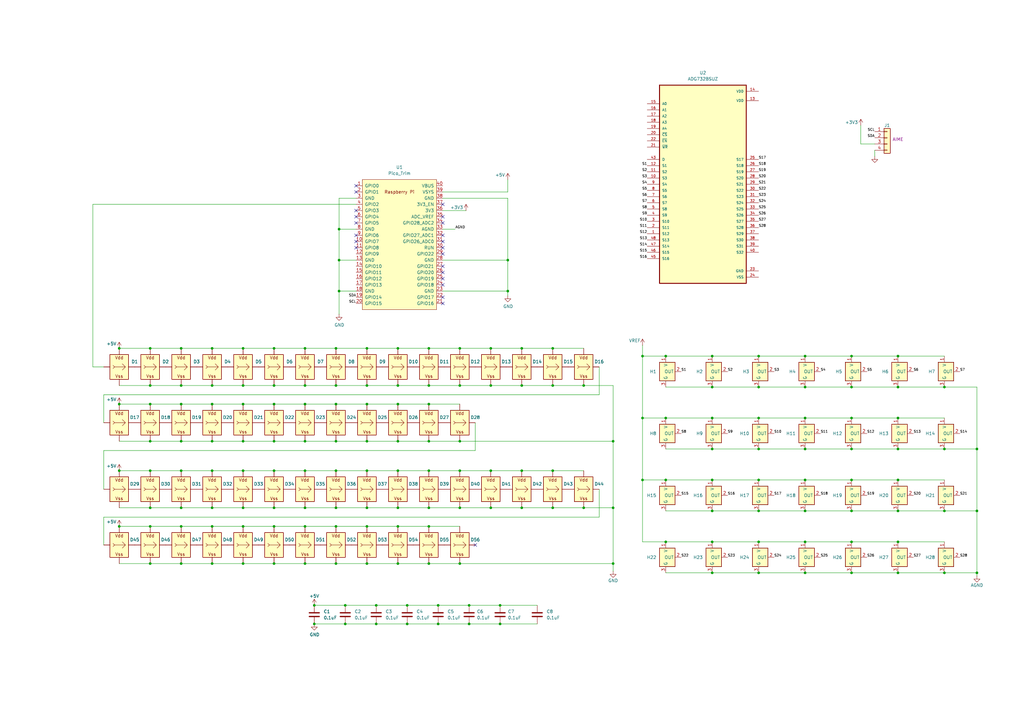
<source format=kicad_sch>
(kicad_sch (version 20231120) (generator "eeschema") (generator_version "8.0")
  (paper "A3")
  (junction (at 125.095 208.28))
  (junction (at 139.065 119.38))
  (junction (at 99.695 158.115))
  (junction (at 387.35 209.55))
  (junction (at 125.095 231.14))
  (junction (at 273.05 146.05))
  (junction (at 292.1 209.55))
  (junction (at 137.795 142.875))
  (junction (at 86.995 208.28))
  (junction (at 179.705 255.905))
  (junction (at 368.3 146.05))
  (junction (at 292.1 234.95))
  (junction (at 86.995 158.115))
  (junction (at 175.895 231.14))
  (junction (at 188.595 193.04))
  (junction (at 99.695 215.9))
  (junction (at 137.795 180.975))
  (junction (at 400.685 209.55))
  (junction (at 125.095 180.975))
  (junction (at 226.695 142.875))
  (junction (at 368.3 234.95))
  (junction (at 86.995 231.14))
  (junction (at 239.395 158.115))
  (junction (at 292.1 184.15))
  (junction (at 368.3 158.75))
  (junction (at 61.595 193.04))
  (junction (at 137.795 215.9))
  (junction (at 349.25 184.15))
  (junction (at 175.895 208.28))
  (junction (at 175.895 158.115))
  (junction (at 311.15 171.45))
  (junction (at 349.25 158.75))
  (junction (at 330.2 146.05))
  (junction (at 74.295 180.975))
  (junction (at 150.495 231.14))
  (junction (at 273.05 196.85))
  (junction (at 150.495 142.875))
  (junction (at 74.295 208.28))
  (junction (at 137.795 193.04))
  (junction (at 137.795 231.14))
  (junction (at 311.15 209.55))
  (junction (at 239.395 208.28))
  (junction (at 112.395 158.115))
  (junction (at 99.695 165.735))
  (junction (at 137.795 208.28))
  (junction (at 112.395 215.9))
  (junction (at 139.065 106.68))
  (junction (at 175.895 215.9))
  (junction (at 273.05 222.25))
  (junction (at 48.895 165.735))
  (junction (at 99.695 142.875))
  (junction (at 125.095 158.115))
  (junction (at 311.15 184.15))
  (junction (at 292.1 146.05))
  (junction (at 141.605 255.905))
  (junction (at 128.905 248.285))
  (junction (at 86.995 215.9))
  (junction (at 349.25 146.05))
  (junction (at 368.3 171.45))
  (junction (at 99.695 180.975))
  (junction (at 175.895 142.875))
  (junction (at 125.095 165.735))
  (junction (at 263.525 146.05))
  (junction (at 213.995 158.115))
  (junction (at 175.895 165.735))
  (junction (at 400.685 234.95))
  (junction (at 112.395 180.975))
  (junction (at 125.095 193.04))
  (junction (at 201.295 208.28))
  (junction (at 163.195 208.28))
  (junction (at 213.995 208.28))
  (junction (at 74.295 158.115))
  (junction (at 128.905 255.905))
  (junction (at 368.3 196.85))
  (junction (at 150.495 180.975))
  (junction (at 112.395 208.28))
  (junction (at 311.15 234.95))
  (junction (at 349.25 222.25))
  (junction (at 349.25 234.95))
  (junction (at 311.15 146.05))
  (junction (at 61.595 215.9))
  (junction (at 192.405 255.905))
  (junction (at 273.05 171.45))
  (junction (at 163.195 215.9))
  (junction (at 192.405 248.285))
  (junction (at 74.295 193.04))
  (junction (at 74.295 231.14))
  (junction (at 292.1 158.75))
  (junction (at 48.895 193.04))
  (junction (at 311.15 222.25))
  (junction (at 188.595 180.975))
  (junction (at 163.195 193.04))
  (junction (at 112.395 142.875))
  (junction (at 330.2 209.55))
  (junction (at 251.46 208.28))
  (junction (at 99.695 231.14))
  (junction (at 112.395 193.04))
  (junction (at 48.895 215.9))
  (junction (at 188.595 208.28))
  (junction (at 137.795 165.735))
  (junction (at 125.095 142.875))
  (junction (at 112.395 231.14))
  (junction (at 150.495 193.04))
  (junction (at 175.895 180.975))
  (junction (at 167.005 248.285))
  (junction (at 61.595 208.28))
  (junction (at 226.695 158.115))
  (junction (at 167.005 255.905))
  (junction (at 311.15 196.85))
  (junction (at 139.065 93.98))
  (junction (at 163.195 158.115))
  (junction (at 349.25 209.55))
  (junction (at 368.3 222.25))
  (junction (at 141.605 248.285))
  (junction (at 74.295 165.735))
  (junction (at 163.195 165.735))
  (junction (at 263.525 171.45))
  (junction (at 387.35 234.95))
  (junction (at 163.195 180.975))
  (junction (at 150.495 158.115))
  (junction (at 154.305 248.285))
  (junction (at 205.105 255.905))
  (junction (at 150.495 165.735))
  (junction (at 86.995 180.975))
  (junction (at 179.705 248.285))
  (junction (at 330.2 222.25))
  (junction (at 61.595 180.975))
  (junction (at 61.595 165.735))
  (junction (at 330.2 184.15))
  (junction (at 112.395 165.735))
  (junction (at 226.695 193.04))
  (junction (at 201.295 193.04))
  (junction (at 163.195 231.14))
  (junction (at 387.35 184.15))
  (junction (at 61.595 142.875))
  (junction (at 175.895 193.04))
  (junction (at 213.995 142.875))
  (junction (at 201.295 158.115))
  (junction (at 205.105 248.285))
  (junction (at 86.995 165.735))
  (junction (at 188.595 142.875))
  (junction (at 74.295 215.9))
  (junction (at 368.3 209.55))
  (junction (at 368.3 184.15))
  (junction (at 86.995 193.04))
  (junction (at 86.995 142.875))
  (junction (at 99.695 208.28))
  (junction (at 292.1 222.25))
  (junction (at 213.995 193.04))
  (junction (at 150.495 215.9))
  (junction (at 48.895 142.875))
  (junction (at 251.46 231.14))
  (junction (at 263.525 196.85))
  (junction (at 349.25 196.85))
  (junction (at 61.595 231.14))
  (junction (at 400.685 184.15))
  (junction (at 188.595 158.115))
  (junction (at 74.295 142.875))
  (junction (at 330.2 196.85))
  (junction (at 226.695 208.28))
  (junction (at 349.25 171.45))
  (junction (at 201.295 142.875))
  (junction (at 387.35 158.75))
  (junction (at 330.2 234.95))
  (junction (at 292.1 171.45))
  (junction (at 208.28 106.68))
  (junction (at 292.1 196.85))
  (junction (at 251.46 180.975))
  (junction (at 61.595 158.115))
  (junction (at 137.795 158.115))
  (junction (at 99.695 193.04))
  (junction (at 330.2 171.45))
  (junction (at 330.2 158.75))
  (junction (at 154.305 255.905))
  (junction (at 208.28 119.38))
  (junction (at 150.495 208.28))
  (junction (at 125.095 215.9))
  (junction (at 188.595 231.14))
  (junction (at 311.15 158.75))
  (junction (at 163.195 142.875))
  (no_connect (at 181.61 121.92))
  (no_connect (at 146.05 99.06))
  (no_connect (at 181.61 101.6))
  (no_connect (at 181.61 104.14))
  (no_connect (at 181.61 109.22))
  (no_connect (at 181.61 111.76))
  (no_connect (at 181.61 83.82))
  (no_connect (at 181.61 88.9))
  (no_connect (at 194.945 223.52))
  (no_connect (at 181.61 91.44))
  (no_connect (at 146.05 78.74))
  (no_connect (at 181.61 124.46))
  (no_connect (at 181.61 96.52))
  (no_connect (at 181.61 116.84))
  (no_connect (at 146.05 96.52))
  (no_connect (at 181.61 99.06))
  (no_connect (at 146.05 86.36))
  (no_connect (at 181.61 114.3))
  (no_connect (at 146.05 76.2))
  (no_connect (at 146.05 101.6))
  (no_connect (at 146.05 91.44))
  (no_connect (at 146.05 88.9))
  (wire (pts (xy 48.895 165.735) (xy 61.595 165.735)))
  (wire (pts (xy 125.095 215.9) (xy 137.795 215.9)))
  (wire (pts (xy 163.195 180.975) (xy 175.895 180.975)))
  (wire (pts (xy 150.495 231.14) (xy 163.195 231.14)))
  (wire (pts (xy 263.525 222.25) (xy 263.525 196.85)))
  (wire (pts (xy 273.05 158.75) (xy 292.1 158.75)))
  (wire (pts (xy 181.61 86.36) (xy 191.135 86.36)))
  (wire (pts (xy 139.065 81.28) (xy 139.065 93.98)))
  (wire (pts (xy 330.2 196.85) (xy 311.15 196.85)))
  (wire (pts (xy 150.495 158.115) (xy 163.195 158.115)))
  (wire (pts (xy 226.695 193.04) (xy 239.395 193.04)))
  (wire (pts (xy 86.995 165.735) (xy 99.695 165.735)))
  (wire (pts (xy 99.695 231.14) (xy 112.395 231.14)))
  (wire (pts (xy 201.295 158.115) (xy 213.995 158.115)))
  (wire (pts (xy 38.1 150.495) (xy 42.545 150.495)))
  (wire (pts (xy 263.525 196.85) (xy 263.525 171.45)))
  (wire (pts (xy 181.61 119.38) (xy 208.28 119.38)))
  (wire (pts (xy 213.995 208.28) (xy 226.695 208.28)))
  (wire (pts (xy 263.525 171.45) (xy 263.525 146.05)))
  (wire (pts (xy 192.405 255.905) (xy 205.105 255.905)))
  (wire (pts (xy 368.3 196.85) (xy 349.25 196.85)))
  (wire (pts (xy 226.695 142.875) (xy 239.395 142.875)))
  (wire (pts (xy 292.1 146.05) (xy 273.05 146.05)))
  (wire (pts (xy 175.895 180.975) (xy 188.595 180.975)))
  (wire (pts (xy 188.595 208.28) (xy 201.295 208.28)))
  (wire (pts (xy 273.05 222.25) (xy 263.525 222.25)))
  (wire (pts (xy 125.095 142.875) (xy 137.795 142.875)))
  (wire (pts (xy 208.28 81.28) (xy 208.28 106.68)))
  (wire (pts (xy 137.795 180.975) (xy 150.495 180.975)))
  (wire (pts (xy 61.595 215.9) (xy 74.295 215.9)))
  (wire (pts (xy 330.2 158.75) (xy 349.25 158.75)))
  (wire (pts (xy 112.395 180.975) (xy 125.095 180.975)))
  (wire (pts (xy 48.895 215.9) (xy 61.595 215.9)))
  (wire (pts (xy 74.295 158.115) (xy 86.995 158.115)))
  (wire (pts (xy 175.895 158.115) (xy 188.595 158.115)))
  (wire (pts (xy 86.995 215.9) (xy 99.695 215.9)))
  (wire (pts (xy 292.1 184.15) (xy 311.15 184.15)))
  (wire (pts (xy 137.795 215.9) (xy 150.495 215.9)))
  (wire (pts (xy 273.05 171.45) (xy 263.525 171.45)))
  (wire (pts (xy 349.25 171.45) (xy 330.2 171.45)))
  (wire (pts (xy 61.595 180.975) (xy 74.295 180.975)))
  (wire (pts (xy 251.46 158.115) (xy 239.395 158.115)))
  (wire (pts (xy 213.995 142.875) (xy 226.695 142.875)))
  (wire (pts (xy 99.695 208.28) (xy 112.395 208.28)))
  (wire (pts (xy 42.545 161.925) (xy 42.545 173.355)))
  (wire (pts (xy 188.595 231.14) (xy 251.46 231.14)))
  (wire (pts (xy 273.05 196.85) (xy 263.525 196.85)))
  (wire (pts (xy 353.06 59.055) (xy 353.06 51.435)))
  (wire (pts (xy 292.1 196.85) (xy 273.05 196.85)))
  (wire (pts (xy 38.1 83.82) (xy 38.1 150.495)))
  (wire (pts (xy 292.1 209.55) (xy 311.15 209.55)))
  (wire (pts (xy 125.095 208.28) (xy 137.795 208.28)))
  (wire (pts (xy 349.25 222.25) (xy 330.2 222.25)))
  (wire (pts (xy 349.25 209.55) (xy 368.3 209.55)))
  (wire (pts (xy 330.2 222.25) (xy 311.15 222.25)))
  (wire (pts (xy 112.395 208.28) (xy 125.095 208.28)))
  (wire (pts (xy 112.395 193.04) (xy 125.095 193.04)))
  (wire (pts (xy 245.745 150.495) (xy 245.745 161.925)))
  (wire (pts (xy 311.15 158.75) (xy 330.2 158.75)))
  (wire (pts (xy 163.195 165.735) (xy 175.895 165.735)))
  (wire (pts (xy 387.35 184.15) (xy 400.685 184.15)))
  (wire (pts (xy 99.695 215.9) (xy 112.395 215.9)))
  (wire (pts (xy 112.395 215.9) (xy 125.095 215.9)))
  (wire (pts (xy 48.895 208.28) (xy 61.595 208.28)))
  (wire (pts (xy 213.995 158.115) (xy 226.695 158.115)))
  (wire (pts (xy 311.15 209.55) (xy 330.2 209.55)))
  (wire (pts (xy 251.46 180.975) (xy 251.46 158.115)))
  (wire (pts (xy 311.15 146.05) (xy 292.1 146.05)))
  (wire (pts (xy 273.05 234.95) (xy 292.1 234.95)))
  (wire (pts (xy 139.065 93.98) (xy 139.065 106.68)))
  (wire (pts (xy 194.945 173.355) (xy 194.945 184.785)))
  (wire (pts (xy 208.28 119.38) (xy 208.28 121.285)))
  (wire (pts (xy 137.795 165.735) (xy 150.495 165.735)))
  (wire (pts (xy 205.105 248.285) (xy 220.345 248.285)))
  (wire (pts (xy 349.25 146.05) (xy 330.2 146.05)))
  (wire (pts (xy 292.1 171.45) (xy 273.05 171.45)))
  (wire (pts (xy 112.395 158.115) (xy 125.095 158.115)))
  (wire (pts (xy 141.605 248.285) (xy 154.305 248.285)))
  (wire (pts (xy 99.695 142.875) (xy 112.395 142.875)))
  (wire (pts (xy 139.065 93.98) (xy 146.05 93.98)))
  (wire (pts (xy 112.395 142.875) (xy 125.095 142.875)))
  (wire (pts (xy 188.595 180.975) (xy 251.46 180.975)))
  (wire (pts (xy 273.05 209.55) (xy 292.1 209.55)))
  (wire (pts (xy 163.195 208.28) (xy 175.895 208.28)))
  (wire (pts (xy 251.46 231.14) (xy 251.46 208.28)))
  (wire (pts (xy 330.2 171.45) (xy 311.15 171.45)))
  (wire (pts (xy 387.35 146.05) (xy 368.3 146.05)))
  (wire (pts (xy 400.685 209.55) (xy 400.685 234.95)))
  (wire (pts (xy 368.3 171.45) (xy 349.25 171.45)))
  (wire (pts (xy 154.305 255.905) (xy 167.005 255.905)))
  (wire (pts (xy 74.295 215.9) (xy 86.995 215.9)))
  (wire (pts (xy 163.195 231.14) (xy 175.895 231.14)))
  (wire (pts (xy 311.15 171.45) (xy 292.1 171.45)))
  (wire (pts (xy 239.395 208.28) (xy 251.46 208.28)))
  (wire (pts (xy 188.595 142.875) (xy 201.295 142.875)))
  (wire (pts (xy 208.28 73.66) (xy 208.28 78.74)))
  (wire (pts (xy 86.995 231.14) (xy 99.695 231.14)))
  (wire (pts (xy 387.35 196.85) (xy 368.3 196.85)))
  (wire (pts (xy 368.3 209.55) (xy 387.35 209.55)))
  (wire (pts (xy 42.545 184.785) (xy 42.545 200.66)))
  (wire (pts (xy 139.065 106.68) (xy 146.05 106.68)))
  (wire (pts (xy 125.095 165.735) (xy 137.795 165.735)))
  (wire (pts (xy 163.195 193.04) (xy 175.895 193.04)))
  (wire (pts (xy 358.775 59.055) (xy 353.06 59.055)))
  (wire (pts (xy 99.695 180.975) (xy 112.395 180.975)))
  (wire (pts (xy 387.35 171.45) (xy 368.3 171.45)))
  (wire (pts (xy 61.595 142.875) (xy 74.295 142.875)))
  (wire (pts (xy 311.15 196.85) (xy 292.1 196.85)))
  (wire (pts (xy 273.05 184.15) (xy 292.1 184.15)))
  (wire (pts (xy 349.25 158.75) (xy 368.3 158.75)))
  (wire (pts (xy 125.095 193.04) (xy 137.795 193.04)))
  (wire (pts (xy 99.695 158.115) (xy 112.395 158.115)))
  (wire (pts (xy 245.745 212.09) (xy 42.545 212.09)))
  (wire (pts (xy 387.35 209.55) (xy 400.685 209.55)))
  (wire (pts (xy 38.1 83.82) (xy 146.05 83.82)))
  (wire (pts (xy 128.905 255.905) (xy 141.605 255.905)))
  (wire (pts (xy 150.495 142.875) (xy 163.195 142.875)))
  (wire (pts (xy 74.295 165.735) (xy 86.995 165.735)))
  (wire (pts (xy 349.25 184.15) (xy 368.3 184.15)))
  (wire (pts (xy 273.05 146.05) (xy 263.525 146.05)))
  (wire (pts (xy 400.685 184.15) (xy 400.685 209.55)))
  (wire (pts (xy 213.995 193.04) (xy 226.695 193.04)))
  (wire (pts (xy 74.295 193.04) (xy 86.995 193.04)))
  (wire (pts (xy 150.495 165.735) (xy 163.195 165.735)))
  (wire (pts (xy 74.295 142.875) (xy 86.995 142.875)))
  (wire (pts (xy 205.105 255.905) (xy 220.345 255.905)))
  (wire (pts (xy 86.995 193.04) (xy 99.695 193.04)))
  (wire (pts (xy 61.595 165.735) (xy 74.295 165.735)))
  (wire (pts (xy 387.35 234.95) (xy 400.685 234.95)))
  (wire (pts (xy 368.3 234.95) (xy 387.35 234.95)))
  (wire (pts (xy 201.295 193.04) (xy 213.995 193.04)))
  (wire (pts (xy 86.995 208.28) (xy 99.695 208.28)))
  (wire (pts (xy 251.46 234.315) (xy 251.46 231.14)))
  (wire (pts (xy 86.995 158.115) (xy 99.695 158.115)))
  (wire (pts (xy 139.065 106.68) (xy 139.065 119.38)))
  (wire (pts (xy 141.605 255.905) (xy 154.305 255.905)))
  (wire (pts (xy 349.25 234.95) (xy 368.3 234.95)))
  (wire (pts (xy 263.525 141.605) (xy 263.525 146.05)))
  (wire (pts (xy 154.305 248.285) (xy 167.005 248.285)))
  (wire (pts (xy 86.995 142.875) (xy 99.695 142.875)))
  (wire (pts (xy 74.295 208.28) (xy 86.995 208.28)))
  (wire (pts (xy 48.895 180.975) (xy 61.595 180.975)))
  (wire (pts (xy 226.695 158.115) (xy 239.395 158.115)))
  (wire (pts (xy 61.595 231.14) (xy 74.295 231.14)))
  (wire (pts (xy 61.595 208.28) (xy 74.295 208.28)))
  (wire (pts (xy 48.895 142.875) (xy 61.595 142.875)))
  (wire (pts (xy 175.895 231.14) (xy 188.595 231.14)))
  (wire (pts (xy 61.595 193.04) (xy 74.295 193.04)))
  (wire (pts (xy 245.745 161.925) (xy 42.545 161.925)))
  (wire (pts (xy 251.46 208.28) (xy 251.46 180.975)))
  (wire (pts (xy 163.195 158.115) (xy 175.895 158.115)))
  (wire (pts (xy 48.895 231.14) (xy 61.595 231.14)))
  (wire (pts (xy 179.705 255.905) (xy 192.405 255.905)))
  (wire (pts (xy 137.795 142.875) (xy 150.495 142.875)))
  (wire (pts (xy 311.15 222.25) (xy 292.1 222.25)))
  (wire (pts (xy 137.795 231.14) (xy 150.495 231.14)))
  (wire (pts (xy 146.05 81.28) (xy 139.065 81.28)))
  (wire (pts (xy 208.28 106.68) (xy 208.28 119.38)))
  (wire (pts (xy 137.795 208.28) (xy 150.495 208.28)))
  (wire (pts (xy 292.1 234.95) (xy 311.15 234.95)))
  (wire (pts (xy 48.895 193.04) (xy 61.595 193.04)))
  (wire (pts (xy 188.595 193.04) (xy 201.295 193.04)))
  (wire (pts (xy 330.2 234.95) (xy 349.25 234.95)))
  (wire (pts (xy 201.295 208.28) (xy 213.995 208.28)))
  (wire (pts (xy 194.945 184.785) (xy 42.545 184.785)))
  (wire (pts (xy 368.3 146.05) (xy 349.25 146.05)))
  (wire (pts (xy 125.095 158.115) (xy 137.795 158.115)))
  (wire (pts (xy 137.795 158.115) (xy 150.495 158.115)))
  (wire (pts (xy 150.495 208.28) (xy 163.195 208.28)))
  (wire (pts (xy 74.295 180.975) (xy 86.995 180.975)))
  (wire (pts (xy 311.15 184.15) (xy 330.2 184.15)))
  (wire (pts (xy 368.3 222.25) (xy 349.25 222.25)))
  (wire (pts (xy 99.695 165.735) (xy 112.395 165.735)))
  (wire (pts (xy 181.61 81.28) (xy 208.28 81.28)))
  (wire (pts (xy 139.065 119.38) (xy 139.065 128.905)))
  (wire (pts (xy 179.705 248.285) (xy 192.405 248.285)))
  (wire (pts (xy 330.2 184.15) (xy 349.25 184.15)))
  (wire (pts (xy 181.61 106.68) (xy 208.28 106.68)))
  (wire (pts (xy 163.195 215.9) (xy 175.895 215.9)))
  (wire (pts (xy 368.3 184.15) (xy 387.35 184.15)))
  (wire (pts (xy 61.595 158.115) (xy 74.295 158.115)))
  (wire (pts (xy 137.795 193.04) (xy 150.495 193.04)))
  (wire (pts (xy 175.895 142.875) (xy 188.595 142.875)))
  (wire (pts (xy 181.61 78.74) (xy 208.28 78.74)))
  (wire (pts (xy 400.685 234.95) (xy 400.685 236.22)))
  (wire (pts (xy 112.395 165.735) (xy 125.095 165.735)))
  (wire (pts (xy 167.005 255.905) (xy 179.705 255.905)))
  (wire (pts (xy 292.1 158.75) (xy 311.15 158.75)))
  (wire (pts (xy 245.745 200.66) (xy 245.745 212.09)))
  (wire (pts (xy 74.295 231.14) (xy 86.995 231.14)))
  (wire (pts (xy 139.065 119.38) (xy 146.05 119.38)))
  (wire (pts (xy 188.595 158.115) (xy 201.295 158.115)))
  (wire (pts (xy 226.695 208.28) (xy 239.395 208.28)))
  (wire (pts (xy 150.495 180.975) (xy 163.195 180.975)))
  (wire (pts (xy 292.1 222.25) (xy 273.05 222.25)))
  (wire (pts (xy 163.195 142.875) (xy 175.895 142.875)))
  (wire (pts (xy 175.895 208.28) (xy 188.595 208.28)))
  (wire (pts (xy 387.35 222.25) (xy 368.3 222.25)))
  (wire (pts (xy 330.2 146.05) (xy 311.15 146.05)))
  (wire (pts (xy 349.25 196.85) (xy 330.2 196.85)))
  (wire (pts (xy 330.2 209.55) (xy 349.25 209.55)))
  (wire (pts (xy 175.895 215.9) (xy 188.595 215.9)))
  (wire (pts (xy 42.545 212.09) (xy 42.545 223.52)))
  (wire (pts (xy 201.295 142.875) (xy 213.995 142.875)))
  (wire (pts (xy 112.395 231.14) (xy 125.095 231.14)))
  (wire (pts (xy 128.905 248.285) (xy 141.605 248.285)))
  (wire (pts (xy 86.995 180.975) (xy 99.695 180.975)))
  (wire (pts (xy 125.095 180.975) (xy 137.795 180.975)))
  (wire (pts (xy 125.095 231.14) (xy 137.795 231.14)))
  (wire (pts (xy 368.3 158.75) (xy 387.35 158.75)))
  (wire (pts (xy 48.895 158.115) (xy 61.595 158.115)))
  (wire (pts (xy 358.775 61.595) (xy 358.775 64.135)))
  (wire (pts (xy 175.895 193.04) (xy 188.595 193.04)))
  (wire (pts (xy 181.61 93.98) (xy 186.69 93.98)))
  (wire (pts (xy 150.495 193.04) (xy 163.195 193.04)))
  (wire (pts (xy 311.15 234.95) (xy 330.2 234.95)))
  (wire (pts (xy 400.685 158.75) (xy 400.685 184.15)))
  (wire (pts (xy 387.35 158.75) (xy 400.685 158.75)))
  (wire (pts (xy 167.005 248.285) (xy 179.705 248.285)))
  (wire (pts (xy 150.495 215.9) (xy 163.195 215.9)))
  (wire (pts (xy 175.895 165.735) (xy 188.595 165.735)))
  (wire (pts (xy 192.405 248.285) (xy 205.105 248.285)))
  (wire (pts (xy 99.695 193.04) (xy 112.395 193.04)))
  (label "S9" (at 265.43 88.265 180) (effects (font (size 1 1))))
  (label "S14" (at 265.43 100.965 180) (effects (font (size 1 1))))
  (label "S3" (at 265.43 73.025 180) (effects (font (size 1 1))))
  (label "S13" (at 374.65 177.8 0) (effects (font (size 1 1))))
  (label "S18" (at 311.15 67.945 0) (effects (font (size 1 1))))
  (label "S2" (at 298.45 152.4 0) (effects (font (size 1 1))))
  (label "S25" (at 336.55 228.6 0) (effects (font (size 1 1))))
  (label "S9" (at 298.45 177.8 0) (effects (font (size 1 1))))
  (label "S28" (at 311.15 93.345 0) (effects (font (size 1 1))))
  (label "S3" (at 317.5 152.4 0) (effects (font (size 1 1))))
  (label "S5" (at 265.43 78.105 180) (effects (font (size 1 1))))
  (label "S11" (at 336.55 177.8 0) (effects (font (size 1 1))))
  (label "S4" (at 336.55 152.4 0) (effects (font (size 1 1))))
  (label "S12" (at 265.43 95.885 180) (effects (font (size 1 1))))
  (label "S28" (at 393.7 228.6 0) (effects (font (size 1 1))))
  (label "S22" (at 279.4 228.6 0) (effects (font (size 1 1))))
  (label "S4" (at 265.43 75.565 180) (effects (font (size 1 1))))
  (label "S27" (at 374.65 228.6 0) (effects (font (size 1 1))))
  (label "S5" (at 355.6 152.4 0) (effects (font (size 1 1))))
  (label "SCL" (at 146.05 124.46 180) (effects (font (size 1 1))))
  (label "S8" (at 279.4 177.8 0) (effects (font (size 1 1))))
  (label "S17" (at 311.15 65.405 0) (effects (font (size 1 1))))
  (label "S21" (at 311.15 75.565 0) (effects (font (size 1 1))))
  (label "S1" (at 279.4 152.4 0) (effects (font (size 1 1))))
  (label "S23" (at 298.45 228.6 0) (effects (font (size 1 1))))
  (label "S6" (at 265.43 80.645 180) (effects (font (size 1 1))))
  (label "S19" (at 311.15 70.485 0) (effects (font (size 1 1))))
  (label "S13" (at 265.43 98.425 180) (effects (font (size 1 1))))
  (label "S18" (at 336.55 203.2 0) (effects (font (size 1 1))))
  (label "S1" (at 265.43 67.945 180) (effects (font (size 1 1))))
  (label "S7" (at 393.7 152.4 0) (effects (font (size 1 1))))
  (label "S10" (at 265.43 90.805 180) (effects (font (size 1 1))))
  (label "S24" (at 317.5 228.6 0) (effects (font (size 1 1))))
  (label "SDA" (at 358.775 56.515 180) (effects (font (size 1 1))))
  (label "S14" (at 393.7 177.8 0) (effects (font (size 1 1))))
  (label "S27" (at 311.15 90.805 0) (effects (font (size 1 1))))
  (label "S16" (at 298.45 203.2 0) (effects (font (size 1 1))))
  (label "S8" (at 265.43 85.725 180) (effects (font (size 1 1))))
  (label "S20" (at 374.65 203.2 0) (effects (font (size 1 1))))
  (label "S19" (at 355.6 203.2 0) (effects (font (size 1 1))))
  (label "S7" (at 265.43 83.185 180) (effects (font (size 1 1))))
  (label "S26" (at 355.6 228.6 0) (effects (font (size 1 1))))
  (label "S2" (at 265.43 70.485 180) (effects (font (size 1 1))))
  (label "SCL" (at 358.775 53.975 180) (effects (font (size 1 1))))
  (label "SDA" (at 146.05 121.92 180) (effects (font (size 1 1))))
  (label "S11" (at 265.43 93.345 180) (effects (font (size 1 1))))
  (label "S10" (at 317.5 177.8 0) (effects (font (size 1 1))))
  (label "S15" (at 265.43 103.505 180) (effects (font (size 1 1))))
  (label "S25" (at 311.15 85.725 0) (effects (font (size 1 1))))
  (label "S24" (at 311.15 83.185 0) (effects (font (size 1 1))))
  (label "S21" (at 393.7 203.2 0) (effects (font (size 1 1))))
  (label "S16" (at 265.43 106.045 180) (effects (font (size 1 1))))
  (label "S6" (at 374.65 152.4 0) (effects (font (size 1 1))))
  (label "S22" (at 311.15 78.105 0) (effects (font (size 1 1))))
  (label "S20" (at 311.15 73.025 0) (effects (font (size 1 1))))
  (label "S23" (at 311.15 80.645 0) (effects (font (size 1 1))))
  (label "S17" (at 317.5 203.2 0) (effects (font (size 1 1))))
  (label "S12" (at 355.6 177.8 0) (effects (font (size 1 1))))
  (label "S15" (at 279.4 203.2 0) (effects (font (size 1 1))))
  (label "S26" (at 311.15 88.265 0) (effects (font (size 1 1))))
  (label "AGND" (at 186.69 93.98 0) (effects (font (size 1 1))))
  (symbol (lib_id "nos_main:SS49E_SOT23") (at 368.3 177.8 0) (unit 1)
    (property "Reference" "H13" (at 364.49 177.7999 0) (effects (justify right)))
    (property "Value" "SS49E_SOT23" (effects (hide yes)))
    (property "Footprint" "Package_TO_SOT_SMD:SOT-23-3" (effects (hide yes)))
  )
  (symbol (lib_id "nos_main:WS2812B_Unified") (at 226.695 200.66 0) (unit 1)
    (property "Reference" "D43" (at 233.045 198.501 0))
    (property "Value" "WS2812B_Unified" (effects (hide yes)))
    (property "Footprint" "nos_main:WS2812B-4020_UP" (effects (hide yes)))
    (property "Description" "RGB LED with integrated controller" (effects (hide yes)))
  )
  (symbol (lib_id "nos_main:WS2812B_Unified") (at 188.595 200.66 0) (unit 1)
    (property "Reference" "D40" (at 194.945 198.501 0))
    (property "Value" "WS2812B_Unified" (effects (hide yes)))
    (property "Footprint" "nos_main:WS2812B-4020_UP" (effects (hide yes)))
    (property "Description" "RGB LED with integrated controller" (effects (hide yes)))
  )
  (symbol (lib_id "nos_main:SS49E_SOT23") (at 273.05 152.4 0) (unit 1)
    (property "Reference" "H1" (at 269.24 152.3999 0) (effects (justify right)))
    (property "Value" "SS49E_SOT23" (effects (hide yes)))
    (property "Footprint" "Package_TO_SOT_SMD:SOT-23-3" (effects (hide yes)))
  )
  (symbol (lib_id "nos_main:SS49E_SOT23") (at 292.1 152.4 0) (unit 1)
    (property "Reference" "H2" (at 288.29 152.3999 0) (effects (justify right)))
    (property "Value" "SS49E_SOT23" (effects (hide yes)))
    (property "Footprint" "Package_TO_SOT_SMD:SOT-23-3" (effects (hide yes)))
  )
  (symbol (lib_id "nos_main:WS2812B_Unified") (at 137.795 223.52 0) (unit 1)
    (property "Reference" "D52" (at 144.145 221.361 0))
    (property "Value" "WS2812B_Unified" (effects (hide yes)))
    (property "Footprint" "nos_main:WS2812B-4020_UP" (effects (hide yes)))
    (property "Description" "RGB LED with integrated controller" (effects (hide yes)))
  )
  (symbol (lib_id "nos_main:SS49E_SOT23") (at 387.35 203.2 0) (unit 1)
    (property "Reference" "H21" (at 383.54 203.1999 0) (effects (justify right)))
    (property "Value" "SS49E_SOT23" (effects (hide yes)))
    (property "Footprint" "Package_TO_SOT_SMD:SOT-23-3" (effects (hide yes)))
  )
  (symbol (lib_id "nos_main:SS49E_SOT23") (at 349.25 228.6 0) (unit 1)
    (property "Reference" "H26" (at 345.44 228.5999 0) (effects (justify right)))
    (property "Value" "SS49E_SOT23" (effects (hide yes)))
    (property "Footprint" "Package_TO_SOT_SMD:SOT-23-3" (effects (hide yes)))
  )
  (symbol (lib_id "nos_main:SS49E_SOT23") (at 273.05 228.6 0) (unit 1)
    (property "Reference" "H22" (at 269.24 228.5999 0) (effects (justify right)))
    (property "Value" "SS49E_SOT23" (effects (hide yes)))
    (property "Footprint" "Package_TO_SOT_SMD:SOT-23-3" (effects (hide yes)))
  )
  (symbol (lib_id "nos_main:SS49E_SOT23") (at 292.1 177.8 0) (unit 1)
    (property "Reference" "H9" (at 288.29 177.7999 0) (effects (justify right)))
    (property "Value" "SS49E_SOT23" (effects (hide yes)))
    (property "Footprint" "Package_TO_SOT_SMD:SOT-23-3" (effects (hide yes)))
  )
  (symbol (lib_id "nos_main:WS2812B_Unified") (at 86.995 200.66 0) (unit 1)
    (property "Reference" "D32" (at 93.345 198.501 0))
    (property "Value" "WS2812B_Unified" (effects (hide yes)))
    (property "Footprint" "nos_main:WS2812B-4020_UP" (effects (hide yes)))
    (property "Description" "RGB LED with integrated controller" (effects (hide yes)))
  )
  (symbol (lib_id "nos_main:ADG732BSUZ") (at 288.29 75.565 0) (unit 1)
    (property "Reference" "U2" (at 288.29 29.845 0))
    (property "Value" "ADG732BSUZ" (at 288.29 32.385 0))
    (property "Footprint" "nos_main:QFP50P900X900X120-49N" (effects (hide yes)))
  )
  (symbol (lib_id "nos_main:WS2812B_Unified") (at 61.595 173.355 0) (unit 1)
    (property "Reference" "D18" (at 67.945 171.196 0))
    (property "Value" "WS2812B_Unified" (effects (hide yes)))
    (property "Footprint" "nos_main:WS2812B-4020_UP" (effects (hide yes)))
    (property "Description" "RGB LED with integrated controller" (effects (hide yes)))
  )
  (symbol (lib_id "Device:C") (at 167.005 252.095 0) (unit 1)
    (property "Reference" "C4" (at 170.815 250.8249 0) (effects (justify left)))
    (property "Value" "0.1uF" (at 170.815 253.3649 0) (effects (justify left)))
    (property "Footprint" "Capacitor_SMD:C_0603_1608Metric_Pad1.08x0.95mm_HandSolder" (effects (hide yes)))
    (property "Description" "Unpolarized capacitor" (effects (hide yes)))
  )
  (symbol (lib_id "nos_main:WS2812B_Unified") (at 239.395 200.66 0) (unit 1)
    (property "Reference" "D44" (at 245.745 198.501 0))
    (property "Value" "WS2812B_Unified" (effects (hide yes)))
    (property "Footprint" "nos_main:WS2812B-4020_UP" (effects (hide yes)))
    (property "Description" "RGB LED with integrated controller" (effects (hide yes)))
  )
  (symbol (lib_id "nos_main:WS2812B_Unified") (at 125.095 150.495 0) (unit 1)
    (property "Reference" "D7" (at 131.445 148.336 0))
    (property "Value" "WS2812B_Unified" (effects (hide yes)))
    (property "Footprint" "nos_main:WS2812B-4020_UP" (effects (hide yes)))
    (property "Description" "RGB LED with integrated controller" (effects (hide yes)))
  )
  (symbol (lib_id "Device:C") (at 154.305 252.095 0) (unit 1)
    (property "Reference" "C3" (at 158.115 250.8249 0) (effects (justify left)))
    (property "Value" "0.1uF" (at 158.115 253.3649 0) (effects (justify left)))
    (property "Footprint" "Capacitor_SMD:C_0603_1608Metric_Pad1.08x0.95mm_HandSolder" (effects (hide yes)))
    (property "Description" "Unpolarized capacitor" (effects (hide yes)))
  )
  (symbol (lib_id "nos_main:WS2812B_Unified") (at 150.495 150.495 0) (unit 1)
    (property "Reference" "D9" (at 156.845 148.336 0))
    (property "Value" "WS2812B_Unified" (effects (hide yes)))
    (property "Footprint" "nos_main:WS2812B-4020_UP" (effects (hide yes)))
    (property "Description" "RGB LED with integrated controller" (effects (hide yes)))
  )
  (symbol (lib_id "nos_main:WS2812B_Unified") (at 48.895 150.495 0) (unit 1)
    (property "Reference" "D1" (at 55.245 148.336 0))
    (property "Value" "WS2812B_Unified" (effects (hide yes)))
    (property "Footprint" "nos_main:WS2812B-4020_UP" (effects (hide yes)))
    (property "Description" "RGB LED with integrated controller" (effects (hide yes)))
  )
  (symbol (lib_id "nos_main:WS2812B_Unified") (at 188.595 173.355 0) (unit 1)
    (property "Reference" "D28" (at 194.945 171.196 0))
    (property "Value" "WS2812B_Unified" (effects (hide yes)))
    (property "Footprint" "nos_main:WS2812B-4020_UP" (effects (hide yes)))
    (property "Description" "RGB LED with integrated controller" (effects (hide yes)))
  )
  (symbol (lib_id "power:GND") (at 139.065 128.905 0) (unit 1)
    (property "Reference" "#PWR0125" (effects (hide yes)))
    (property "Value" "GND" (at 139.192 133.2992 0))
    (property "Description" "Power symbol creates a global label with name \"GND\" , ground" (effects (hide yes)))
  )
  (symbol (lib_id "power:GND") (at 208.28 121.285 0) (unit 1)
    (property "Reference" "#PWR0103" (effects (hide yes)))
    (property "Value" "GND" (at 208.407 125.6792 0))
    (property "Description" "Power symbol creates a global label with name \"GND\" , ground" (effects (hide yes)))
  )
  (symbol (lib_id "nos_main:WS2812B_Unified") (at 61.595 223.52 0) (unit 1)
    (property "Reference" "D46" (at 67.945 221.361 0))
    (property "Value" "WS2812B_Unified" (effects (hide yes)))
    (property "Footprint" "nos_main:WS2812B-4020_UP" (effects (hide yes)))
    (property "Description" "RGB LED with integrated controller" (effects (hide yes)))
  )
  (symbol (lib_id "nos_main:WS2812B_Unified") (at 201.295 200.66 0) (unit 1)
    (property "Reference" "D41" (at 207.645 198.501 0))
    (property "Value" "WS2812B_Unified" (effects (hide yes)))
    (property "Footprint" "nos_main:WS2812B-4020_UP" (effects (hide yes)))
    (property "Description" "RGB LED with integrated controller" (effects (hide yes)))
  )
  (symbol (lib_id "nos_main:WS2812B_Unified") (at 112.395 173.355 0) (unit 1)
    (property "Reference" "D22" (at 118.745 171.196 0))
    (property "Value" "WS2812B_Unified" (effects (hide yes)))
    (property "Footprint" "nos_main:WS2812B-4020_UP" (effects (hide yes)))
    (property "Description" "RGB LED with integrated controller" (effects (hide yes)))
  )
  (symbol (lib_id "nos_main:WS2812B_Unified") (at 163.195 150.495 0) (unit 1)
    (property "Reference" "D10" (at 169.545 148.336 0))
    (property "Value" "WS2812B_Unified" (effects (hide yes)))
    (property "Footprint" "nos_main:WS2812B-4020_UP" (effects (hide yes)))
    (property "Description" "RGB LED with integrated controller" (effects (hide yes)))
  )
  (symbol (lib_id "nos_main:Pico_Trim") (at 163.83 100.33 0) (unit 1)
    (property "Reference" "U1" (at 163.83 68.58 0))
    (property "Value" "Pico_Trim" (at 163.83 71.12 0))
    (property "Footprint" "nos_main:RPi_Pico_SMD_No_USB" (effects (hide yes)))
  )
  (symbol (lib_id "nos_main:WS2812B_Unified") (at 125.095 200.66 0) (unit 1)
    (property "Reference" "D35" (at 131.445 198.501 0))
    (property "Value" "WS2812B_Unified" (effects (hide yes)))
    (property "Footprint" "nos_main:WS2812B-4020_UP" (effects (hide yes)))
    (property "Description" "RGB LED with integrated controller" (effects (hide yes)))
  )
  (symbol (lib_id "nos_main:WS2812B_Unified") (at 201.295 150.495 0) (unit 1)
    (property "Reference" "D13" (at 207.645 148.336 0))
    (property "Value" "WS2812B_Unified" (effects (hide yes)))
    (property "Footprint" "nos_main:WS2812B-4020_UP" (effects (hide yes)))
    (property "Description" "RGB LED with integrated controller" (effects (hide yes)))
  )
  (symbol (lib_id "nos_main:WS2812B_Unified") (at 125.095 173.355 0) (unit 1)
    (property "Reference" "D23" (at 131.445 171.196 0))
    (property "Value" "WS2812B_Unified" (effects (hide yes)))
    (property "Footprint" "nos_main:WS2812B-4020_UP" (effects (hide yes)))
    (property "Description" "RGB LED with integrated controller" (effects (hide yes)))
  )
  (symbol (lib_id "nos_main:WS2812B_Unified") (at 112.395 223.52 0) (unit 1)
    (property "Reference" "D50" (at 118.745 221.361 0))
    (property "Value" "WS2812B_Unified" (effects (hide yes)))
    (property "Footprint" "nos_main:WS2812B-4020_UP" (effects (hide yes)))
    (property "Description" "RGB LED with integrated controller" (effects (hide yes)))
  )
  (symbol (lib_id "nos_main:WS2812B_Unified") (at 213.995 200.66 0) (unit 1)
    (property "Reference" "D42" (at 220.345 198.501 0))
    (property "Value" "WS2812B_Unified" (effects (hide yes)))
    (property "Footprint" "nos_main:WS2812B-4020_UP" (effects (hide yes)))
    (property "Description" "RGB LED with integrated controller" (effects (hide yes)))
  )
  (symbol (lib_id "Device:C") (at 205.105 252.095 0) (unit 1)
    (property "Reference" "C7" (at 208.28 250.8249 0) (effects (justify left)))
    (property "Value" "0.1uF" (at 208.28 253.3649 0) (effects (justify left)))
    (property "Footprint" "Capacitor_SMD:C_0603_1608Metric_Pad1.08x0.95mm_HandSolder" (effects (hide yes)))
    (property "Description" "Unpolarized capacitor" (effects (hide yes)))
  )
  (symbol (lib_id "nos_main:WS2812B_Unified") (at 137.795 200.66 0) (unit 1)
    (property "Reference" "D36" (at 144.145 198.501 0))
    (property "Value" "WS2812B_Unified" (effects (hide yes)))
    (property "Footprint" "nos_main:WS2812B-4020_UP" (effects (hide yes)))
    (property "Description" "RGB LED with integrated controller" (effects (hide yes)))
  )
  (symbol (lib_id "nos_main:WS2812B_Unified") (at 74.295 200.66 0) (unit 1)
    (property "Reference" "D31" (at 80.645 198.501 0))
    (property "Value" "WS2812B_Unified" (effects (hide yes)))
    (property "Footprint" "nos_main:WS2812B-4020_UP" (effects (hide yes)))
    (property "Description" "RGB LED with integrated controller" (effects (hide yes)))
  )
  (symbol (lib_id "nos_main:SS49E_SOT23") (at 387.35 177.8 0) (unit 1)
    (property "Reference" "H14" (at 383.54 177.7999 0) (effects (justify right)))
    (property "Value" "SS49E_SOT23" (effects (hide yes)))
    (property "Footprint" "Package_TO_SOT_SMD:SOT-23-3" (effects (hide yes)))
  )
  (symbol (lib_id "nos_main:SS49E_SOT23") (at 273.05 203.2 0) (unit 1)
    (property "Reference" "H15" (at 269.24 203.1999 0) (effects (justify right)))
    (property "Value" "SS49E_SOT23" (effects (hide yes)))
    (property "Footprint" "Package_TO_SOT_SMD:SOT-23-3" (effects (hide yes)))
  )
  (symbol (lib_id "nos_main:SS49E_SOT23") (at 349.25 203.2 0) (unit 1)
    (property "Reference" "H19" (at 345.44 203.1999 0) (effects (justify right)))
    (property "Value" "SS49E_SOT23" (effects (hide yes)))
    (property "Footprint" "Package_TO_SOT_SMD:SOT-23-3" (effects (hide yes)))
  )
  (symbol (lib_id "power:GND") (at 400.685 236.22 0) (unit 1)
    (property "Reference" "#PWR06" (effects (hide yes)))
    (property "Value" "AGND" (at 400.685 240.03 0))
    (property "Description" "Power symbol creates a global label with name \"GND\" , ground" (effects (hide yes)))
  )
  (symbol (lib_id "nos_main:WS2812B_Unified") (at 175.895 150.495 0) (unit 1)
    (property "Reference" "D11" (at 182.245 148.336 0))
    (property "Value" "WS2812B_Unified" (effects (hide yes)))
    (property "Footprint" "nos_main:WS2812B-4020_UP" (effects (hide yes)))
    (property "Description" "RGB LED with integrated controller" (effects (hide yes)))
  )
  (symbol (lib_id "nos_main:WS2812B_Unified") (at 99.695 223.52 0) (unit 1)
    (property "Reference" "D49" (at 106.045 221.361 0))
    (property "Value" "WS2812B_Unified" (effects (hide yes)))
    (property "Footprint" "nos_main:WS2812B-4020_UP" (effects (hide yes)))
    (property "Description" "RGB LED with integrated controller" (effects (hide yes)))
  )
  (symbol (lib_id "nos_main:WS2812B_Unified") (at 99.695 173.355 0) (unit 1)
    (property "Reference" "D21" (at 106.045 171.196 0))
    (property "Value" "WS2812B_Unified" (effects (hide yes)))
    (property "Footprint" "nos_main:WS2812B-4020_UP" (effects (hide yes)))
    (property "Description" "RGB LED with integrated controller" (effects (hide yes)))
  )
  (symbol (lib_id "power:+5V") (at 48.895 165.735 0) (unit 1)
    (property "Reference" "#PWR05" (effects (hide yes)))
    (property "Value" "+5V" (at 45.72 163.83 0))
    (property "Description" "Power symbol creates a global label with name \"+5V\"" (effects (hide yes)))
  )
  (symbol (lib_id "nos_main:WS2812B_Unified") (at 137.795 173.355 0) (unit 1)
    (property "Reference" "D24" (at 144.145 171.196 0))
    (property "Value" "WS2812B_Unified" (effects (hide yes)))
    (property "Footprint" "nos_main:WS2812B-4020_UP" (effects (hide yes)))
    (property "Description" "RGB LED with integrated controller" (effects (hide yes)))
  )
  (symbol (lib_id "nos_main:WS2812B_Unified") (at 188.595 150.495 0) (unit 1)
    (property "Reference" "D12" (at 194.945 148.336 0))
    (property "Value" "WS2812B_Unified" (effects (hide yes)))
    (property "Footprint" "nos_main:WS2812B-4020_UP" (effects (hide yes)))
    (property "Description" "RGB LED with integrated controller" (effects (hide yes)))
  )
  (symbol (lib_id "nos_main:WS2812B_Unified") (at 86.995 173.355 0) (unit 1)
    (property "Reference" "D20" (at 93.345 171.196 0))
    (property "Value" "WS2812B_Unified" (effects (hide yes)))
    (property "Footprint" "nos_main:WS2812B-4020_UP" (effects (hide yes)))
    (property "Description" "RGB LED with integrated controller" (effects (hide yes)))
  )
  (symbol (lib_id "power:GND") (at 358.775 64.135 0) (unit 1)
    (property "Reference" "#PWR0108" (effects (hide yes)))
    (property "Value" "GND" (effects (hide yes)))
    (property "Description" "Power symbol creates a global label with name \"GND\" , ground" (effects (hide yes)))
  )
  (symbol (lib_id "nos_main:SS49E_SOT23") (at 330.2 203.2 0) (unit 1)
    (property "Reference" "H18" (at 326.39 203.1999 0) (effects (justify right)))
    (property "Value" "SS49E_SOT23" (effects (hide yes)))
    (property "Footprint" "Package_TO_SOT_SMD:SOT-23-3" (effects (hide yes)))
  )
  (symbol (lib_id "Device:C") (at 179.705 252.095 0) (unit 1)
    (property "Reference" "C5" (at 183.515 250.8249 0) (effects (justify left)))
    (property "Value" "0.1uF" (at 183.515 253.3649 0) (effects (justify left)))
    (property "Footprint" "Capacitor_SMD:C_0603_1608Metric_Pad1.08x0.95mm_HandSolder" (effects (hide yes)))
    (property "Description" "Unpolarized capacitor" (effects (hide yes)))
  )
  (symbol (lib_id "Device:C") (at 220.345 252.095 0) (unit 1)
    (property "Reference" "C8" (at 224.155 250.8249 0) (effects (justify left)))
    (property "Value" "0.1uF" (at 224.155 253.3649 0) (effects (justify left)))
    (property "Footprint" "Capacitor_SMD:C_0603_1608Metric_Pad1.08x0.95mm_HandSolder" (effects (hide yes)))
    (property "Description" "Unpolarized capacitor" (effects (hide yes)))
  )
  (symbol (lib_id "Device:C") (at 192.405 252.095 0) (unit 1)
    (property "Reference" "C6" (at 195.58 250.8249 0) (effects (justify left)))
    (property "Value" "0.1uF" (at 195.58 253.3649 0) (effects (justify left)))
    (property "Footprint" "Capacitor_SMD:C_0603_1608Metric_Pad1.08x0.95mm_HandSolder" (effects (hide yes)))
    (property "Description" "Unpolarized capacitor" (effects (hide yes)))
  )
  (symbol (lib_id "nos_main:WS2812B_Unified") (at 137.795 150.495 0) (unit 1)
    (property "Reference" "D8" (at 144.145 148.336 0))
    (property "Value" "WS2812B_Unified" (effects (hide yes)))
    (property "Footprint" "nos_main:WS2812B-4020_UP" (effects (hide yes)))
    (property "Description" "RGB LED with integrated controller" (effects (hide yes)))
  )
  (symbol (lib_id "power:GND") (at 251.46 234.315 0) (unit 1)
    (property "Reference" "#PWR0101" (effects (hide yes)))
    (property "Value" "GND" (at 251.46 238.125 0))
    (property "Description" "Power symbol creates a global label with name \"GND\" , ground" (effects (hide yes)))
  )
  (symbol (lib_id "nos_main:WS2812B_Unified") (at 99.695 150.495 0) (unit 1)
    (property "Reference" "D5" (at 106.045 148.336 0))
    (property "Value" "WS2812B_Unified" (effects (hide yes)))
    (property "Footprint" "nos_main:WS2812B-4020_UP" (effects (hide yes)))
    (property "Description" "RGB LED with integrated controller" (effects (hide yes)))
  )
  (symbol (lib_id "nos_main:WS2812B_Unified") (at 150.495 173.355 0) (unit 1)
    (property "Reference" "D25" (at 156.845 171.196 0))
    (property "Value" "WS2812B_Unified" (effects (hide yes)))
    (property "Footprint" "nos_main:WS2812B-4020_UP" (effects (hide yes)))
    (property "Description" "RGB LED with integrated controller" (effects (hide yes)))
  )
  (symbol (lib_id "nos_main:WS2812B_Unified") (at 213.995 150.495 0) (unit 1)
    (property "Reference" "D14" (at 220.345 148.336 0))
    (property "Value" "WS2812B_Unified" (effects (hide yes)))
    (property "Footprint" "nos_main:WS2812B-4020_UP" (effects (hide yes)))
    (property "Description" "RGB LED with integrated controller" (effects (hide yes)))
  )
  (symbol (lib_id "nos_main:WS2812B_Unified") (at 74.295 223.52 0) (unit 1)
    (property "Reference" "D47" (at 80.645 221.361 0))
    (property "Value" "WS2812B_Unified" (effects (hide yes)))
    (property "Footprint" "nos_main:WS2812B-4020_UP" (effects (hide yes)))
    (property "Description" "RGB LED with integrated controller" (effects (hide yes)))
  )
  (symbol (lib_id "nos_main:WS2812B_Unified") (at 175.895 223.52 0) (unit 1)
    (property "Reference" "D55" (at 182.245 221.361 0))
    (property "Value" "WS2812B_Unified" (effects (hide yes)))
    (property "Footprint" "nos_main:WS2812B-4020_UP" (effects (hide yes)))
    (property "Description" "RGB LED with integrated controller" (effects (hide yes)))
  )
  (symbol (lib_id "nos_main:WS2812B_Unified") (at 61.595 150.495 0) (unit 1)
    (property "Reference" "D2" (at 67.945 148.336 0))
    (property "Value" "WS2812B_Unified" (effects (hide yes)))
    (property "Footprint" "nos_main:WS2812B-4020_UP" (effects (hide yes)))
    (property "Description" "RGB LED with integrated controller" (effects (hide yes)))
  )
  (symbol (lib_id "nos_main:WS2812B_Unified") (at 125.095 223.52 0) (unit 1)
    (property "Reference" "D51" (at 131.445 221.361 0))
    (property "Value" "WS2812B_Unified" (effects (hide yes)))
    (property "Footprint" "nos_main:WS2812B-4020_UP" (effects (hide yes)))
    (property "Description" "RGB LED with integrated controller" (effects (hide yes)))
  )
  (symbol (lib_id "nos_main:WS2812B_Unified") (at 150.495 223.52 0) (unit 1)
    (property "Reference" "D53" (at 156.845 221.361 0))
    (property "Value" "WS2812B_Unified" (effects (hide yes)))
    (property "Footprint" "nos_main:WS2812B-4020_UP" (effects (hide yes)))
    (property "Description" "RGB LED with integrated controller" (effects (hide yes)))
  )
  (symbol (lib_id "nos_main:SS49E_SOT23") (at 387.35 228.6 0) (unit 1)
    (property "Reference" "H28" (at 383.54 228.5999 0) (effects (justify right)))
    (property "Value" "SS49E_SOT23" (effects (hide yes)))
    (property "Footprint" "Package_TO_SOT_SMD:SOT-23-3" (effects (hide yes)))
  )
  (symbol (lib_id "Device:C") (at 128.905 252.095 0) (unit 1)
    (property "Reference" "C1" (at 132.715 250.8249 0) (effects (justify left)))
    (property "Value" "0.1uF" (at 132.715 253.3649 0) (effects (justify left)))
    (property "Footprint" "Capacitor_SMD:C_0603_1608Metric_Pad1.08x0.95mm_HandSolder" (effects (hide yes)))
    (property "Description" "Unpolarized capacitor" (effects (hide yes)))
  )
  (symbol (lib_id "nos_main:WS2812B_Unified") (at 239.395 150.495 0) (unit 1)
    (property "Reference" "D16" (at 245.745 148.336 0))
    (property "Value" "WS2812B_Unified" (effects (hide yes)))
    (property "Footprint" "nos_main:WS2812B-4020_UP" (effects (hide yes)))
    (property "Description" "RGB LED with integrated controller" (effects (hide yes)))
  )
  (symbol (lib_id "nos_main:SS49E_SOT23") (at 292.1 228.6 0) (unit 1)
    (property "Reference" "H23" (at 288.29 228.5999 0) (effects (justify right)))
    (property "Value" "SS49E_SOT23" (effects (hide yes)))
    (property "Footprint" "Package_TO_SOT_SMD:SOT-23-3" (effects (hide yes)))
  )
  (symbol (lib_id "nos_main:SS49E_SOT23") (at 311.15 228.6 0) (unit 1)
    (property "Reference" "H24" (at 307.34 228.5999 0) (effects (justify right)))
    (property "Value" "SS49E_SOT23" (effects (hide yes)))
    (property "Footprint" "Package_TO_SOT_SMD:SOT-23-3" (effects (hide yes)))
  )
  (symbol (lib_id "nos_main:SS49E_SOT23") (at 330.2 152.4 0) (unit 1)
    (property "Reference" "H4" (at 326.39 152.3999 0) (effects (justify right)))
    (property "Value" "SS49E_SOT23" (effects (hide yes)))
    (property "Footprint" "Package_TO_SOT_SMD:SOT-23-3" (effects (hide yes)))
  )
  (symbol (lib_id "power:+5V") (at 128.905 248.285 0) (unit 1)
    (property "Reference" "#PWR0107" (effects (hide yes)))
    (property "Value" "+5V" (at 128.905 244.475 0))
    (property "Description" "Power symbol creates a global label with name \"+5V\"" (effects (hide yes)))
  )
  (symbol (lib_id "nos_main:WS2812B_Unified") (at 188.595 223.52 0) (unit 1)
    (property "Reference" "D56" (at 194.945 221.361 0))
    (property "Value" "WS2812B_Unified" (effects (hide yes)))
    (property "Footprint" "nos_main:WS2812B-4020_UP" (effects (hide yes)))
    (property "Description" "RGB LED with integrated controller" (effects (hide yes)))
  )
  (symbol (lib_id "nos_main:WS2812B_Unified") (at 48.895 223.52 0) (unit 1)
    (property "Reference" "D45" (at 55.245 221.361 0))
    (property "Value" "WS2812B_Unified" (effects (hide yes)))
    (property "Footprint" "nos_main:WS2812B-4020_UP" (effects (hide yes)))
    (property "Description" "RGB LED with integrated controller" (effects (hide yes)))
  )
  (symbol (lib_id "power:+5V") (at 208.28 73.66 0) (unit 1)
    (property "Reference" "#PWR01" (effects (hide yes)))
    (property "Value" "+5V" (at 205.105 71.755 0))
    (property "Description" "Power symbol creates a global label with name \"+5V\"" (effects (hide yes)))
  )
  (symbol (lib_id "power:+3V3") (at 353.06 51.435 0) (unit 1)
    (property "Reference" "#PWR0109" (effects (hide yes)))
    (property "Value" "+3V3" (at 349.25 50.165 0))
    (property "Description" "Power symbol creates a global label with name \"+3V3\"" (effects (hide yes)))
  )
  (symbol (lib_id "nos_main:SS49E_SOT23") (at 273.05 177.8 0) (unit 1)
    (property "Reference" "H8" (at 269.24 177.7999 0) (effects (justify right)))
    (property "Value" "SS49E_SOT23" (effects (hide yes)))
    (property "Footprint" "Package_TO_SOT_SMD:SOT-23-3" (effects (hide yes)))
  )
  (symbol (lib_id "nos_main:SS49E_SOT23") (at 368.3 152.4 0) (unit 1)
    (property "Reference" "H6" (at 364.49 152.3999 0) (effects (justify right)))
    (property "Value" "SS49E_SOT23" (effects (hide yes)))
    (property "Footprint" "Package_TO_SOT_SMD:SOT-23-3" (effects (hide yes)))
  )
  (symbol (lib_id "nos_main:WS2812B_Unified") (at 61.595 200.66 0) (unit 1)
    (property "Reference" "D30" (at 67.945 198.501 0))
    (property "Value" "WS2812B_Unified" (effects (hide yes)))
    (property "Footprint" "nos_main:WS2812B-4020_UP" (effects (hide yes)))
    (property "Description" "RGB LED with integrated controller" (effects (hide yes)))
  )
  (symbol (lib_id "nos_main:SS49E_SOT23") (at 349.25 152.4 0) (unit 1)
    (property "Reference" "H5" (at 345.44 152.3999 0) (effects (justify right)))
    (property "Value" "SS49E_SOT23" (effects (hide yes)))
    (property "Footprint" "Package_TO_SOT_SMD:SOT-23-3" (effects (hide yes)))
  )
  (symbol (lib_id "nos_main:WS2812B_Unified") (at 175.895 173.355 0) (unit 1)
    (property "Reference" "D27" (at 182.245 171.196 0))
    (property "Value" "WS2812B_Unified" (effects (hide yes)))
    (property "Footprint" "nos_main:WS2812B-4020_UP" (effects (hide yes)))
    (property "Description" "RGB LED with integrated controller" (effects (hide yes)))
  )
  (symbol (lib_id "power:+5V") (at 48.895 142.875 0) (unit 1)
    (property "Reference" "#PWR0102" (effects (hide yes)))
    (property "Value" "+5V" (at 45.72 140.97 0))
    (property "Description" "Power symbol creates a global label with name \"+5V\"" (effects (hide yes)))
  )
  (symbol (lib_id "power:GND") (at 128.905 255.905 0) (unit 1)
    (property "Reference" "#PWR0106" (effects (hide yes)))
    (property "Value" "GND" (at 129.032 260.2992 0))
    (property "Description" "Power symbol creates a global label with name \"GND\" , ground" (effects (hide yes)))
  )
  (symbol (lib_id "power:+5V") (at 48.895 193.04 0) (unit 1)
    (property "Reference" "#PWR02" (effects (hide yes)))
    (property "Value" "+5V" (at 45.72 191.135 0))
    (property "Description" "Power symbol creates a global label with name \"+5V\"" (effects (hide yes)))
  )
  (symbol (lib_id "nos_main:WS2812B_Unified") (at 86.995 150.495 0) (unit 1)
    (property "Reference" "D4" (at 93.345 148.336 0))
    (property "Value" "WS2812B_Unified" (effects (hide yes)))
    (property "Footprint" "nos_main:WS2812B-4020_UP" (effects (hide yes)))
    (property "Description" "RGB LED with integrated controller" (effects (hide yes)))
  )
  (symbol (lib_id "nos_main:SS49E_SOT23") (at 311.15 152.4 0) (unit 1)
    (property "Reference" "H3" (at 307.34 152.3999 0) (effects (justify right)))
    (property "Value" "SS49E_SOT23" (effects (hide yes)))
    (property "Footprint" "Package_TO_SOT_SMD:SOT-23-3" (effects (hide yes)))
  )
  (symbol (lib_id "nos_main:SS49E_SOT23") (at 311.15 203.2 0) (unit 1)
    (property "Reference" "H17" (at 307.34 203.1999 0) (effects (justify right)))
    (property "Value" "SS49E_SOT23" (effects (hide yes)))
    (property "Footprint" "Package_TO_SOT_SMD:SOT-23-3" (effects (hide yes)))
  )
  (symbol (lib_id "nos_main:WS2812B_Unified") (at 74.295 173.355 0) (unit 1)
    (property "Reference" "D19" (at 80.645 171.196 0))
    (property "Value" "WS2812B_Unified" (effects (hide yes)))
    (property "Footprint" "nos_main:WS2812B-4020_UP" (effects (hide yes)))
    (property "Description" "RGB LED with integrated controller" (effects (hide yes)))
  )
  (symbol (lib_id "nos_main:SS49E_SOT23") (at 311.15 177.8 0) (unit 1)
    (property "Reference" "H10" (at 307.34 177.7999 0) (effects (justify right)))
    (property "Value" "SS49E_SOT23" (effects (hide yes)))
    (property "Footprint" "Package_TO_SOT_SMD:SOT-23-3" (effects (hide yes)))
  )
  (symbol (lib_id "nos_main:SS49E_SOT23") (at 349.25 177.8 0) (unit 1)
    (property "Reference" "H12" (at 345.44 177.7999 0) (effects (justify right)))
    (property "Value" "SS49E_SOT23" (effects (hide yes)))
    (property "Footprint" "Package_TO_SOT_SMD:SOT-23-3" (effects (hide yes)))
  )
  (symbol (lib_id "nos_main:SS49E_SOT23") (at 330.2 228.6 0) (unit 1)
    (property "Reference" "H25" (at 326.39 228.5999 0) (effects (justify right)))
    (property "Value" "SS49E_SOT23" (effects (hide yes)))
    (property "Footprint" "Package_TO_SOT_SMD:SOT-23-3" (effects (hide yes)))
  )
  (symbol (lib_id "nos_main:WS2812B_Unified") (at 48.895 173.355 0) (unit 1)
    (property "Reference" "D17" (at 55.245 171.196 0))
    (property "Value" "WS2812B_Unified" (effects (hide yes)))
    (property "Footprint" "nos_main:WS2812B-4020_UP" (effects (hide yes)))
    (property "Description" "RGB LED with integrated controller" (effects (hide yes)))
  )
  (symbol (lib_id "nos_main:WS2812B_Unified") (at 112.395 200.66 0) (unit 1)
    (property "Reference" "D34" (at 118.745 198.501 0))
    (property "Value" "WS2812B_Unified" (effects (hide yes)))
    (property "Footprint" "nos_main:WS2812B-4020_UP" (effects (hide yes)))
    (property "Description" "RGB LED with integrated controller" (effects (hide yes)))
  )
  (symbol (lib_id "nos_main:WS2812B_Unified") (at 86.995 223.52 0) (unit 1)
    (property "Reference" "D48" (at 93.345 221.361 0))
    (property "Value" "WS2812B_Unified" (effects (hide yes)))
    (property "Footprint" "nos_main:WS2812B-4020_UP" (effects (hide yes)))
    (property "Description" "RGB LED with integrated controller" (effects (hide yes)))
  )
  (symbol (lib_id "nos_main:SS49E_SOT23") (at 387.35 152.4 0) (unit 1)
    (property "Reference" "H7" (at 383.54 152.3999 0) (effects (justify right)))
    (property "Value" "SS49E_SOT23" (effects (hide yes)))
    (property "Footprint" "Package_TO_SOT_SMD:SOT-23-3" (effects (hide yes)))
  )
  (symbol (lib_id "nos_main:WS2812B_Unified") (at 163.195 223.52 0) (unit 1)
    (property "Reference" "D54" (at 169.545 221.361 0))
    (property "Value" "WS2812B_Unified" (effects (hide yes)))
    (property "Footprint" "nos_main:WS2812B-4020_UP" (effects (hide yes)))
    (property "Description" "RGB LED with integrated controller" (effects (hide yes)))
  )
  (symbol (lib_id "nos_main:WS2812B_Unified") (at 163.195 173.355 0) (unit 1)
    (property "Reference" "D26" (at 169.545 171.196 0))
    (property "Value" "WS2812B_Unified" (effects (hide yes)))
    (property "Footprint" "nos_main:WS2812B-4020_UP" (effects (hide yes)))
    (property "Description" "RGB LED with integrated controller" (effects (hide yes)))
  )
  (symbol (lib_id "nos_main:WS2812B_Unified") (at 163.195 200.66 0) (unit 1)
    (property "Reference" "D38" (at 169.545 198.501 0))
    (property "Value" "WS2812B_Unified" (effects (hide yes)))
    (property "Footprint" "nos_main:WS2812B-4020_UP" (effects (hide yes)))
    (property "Description" "RGB LED with integrated controller" (effects (hide yes)))
  )
  (symbol (lib_id "nos_main:SS49E_SOT23") (at 368.3 203.2 0) (unit 1)
    (property "Reference" "H20" (at 364.49 203.1999 0) (effects (justify right)))
    (property "Value" "SS49E_SOT23" (effects (hide yes)))
    (property "Footprint" "Package_TO_SOT_SMD:SOT-23-3" (effects (hide yes)))
  )
  (symbol (lib_id "nos_main:WS2812B_Unified") (at 175.895 200.66 0) (unit 1)
    (property "Reference" "D39" (at 182.245 198.501 0))
    (property "Value" "WS2812B_Unified" (effects (hide yes)))
    (property "Footprint" "nos_main:WS2812B-4020_UP" (effects (hide yes)))
    (property "Description" "RGB LED with integrated controller" (effects (hide yes)))
  )
  (symbol (lib_id "nos_main:SS49E_SOT23") (at 368.3 228.6 0) (unit 1)
    (property "Reference" "H27" (at 364.49 228.5999 0) (effects (justify right)))
    (property "Value" "SS49E_SOT23" (effects (hide yes)))
    (property "Footprint" "Package_TO_SOT_SMD:SOT-23-3" (effects (hide yes)))
  )
  (symbol (lib_id "power:+3V3") (at 191.135 86.36 0) (unit 1)
    (property "Reference" "#PWR0111" (effects (hide yes)))
    (property "Value" "+3V3" (at 187.325 85.09 0))
    (property "Description" "Power symbol creates a global label with name \"+3V3\"" (effects (hide yes)))
  )
  (symbol (lib_id "nos_main:SS49E_SOT23") (at 292.1 203.2 0) (unit 1)
    (property "Reference" "H16" (at 288.29 203.1999 0) (effects (justify right)))
    (property "Value" "SS49E_SOT23" (effects (hide yes)))
    (property "Footprint" "Package_TO_SOT_SMD:SOT-23-3" (effects (hide yes)))
  )
  (symbol (lib_id "power:+5V") (at 48.895 215.9 0) (unit 1)
    (property "Reference" "#PWR03" (effects (hide yes)))
    (property "Value" "+5V" (at 45.72 213.995 0))
    (property "Description" "Power symbol creates a global label with name \"+5V\"" (effects (hide yes)))
  )
  (symbol (lib_id "nos_main:SS49E_SOT23") (at 330.2 177.8 0) (unit 1)
    (property "Reference" "H11" (at 326.39 177.7999 0) (effects (justify right)))
    (property "Value" "SS49E_SOT23" (effects (hide yes)))
    (property "Footprint" "Package_TO_SOT_SMD:SOT-23-3" (effects (hide yes)))
  )
  (symbol (lib_id "nos_main:WS2812B_Unified") (at 226.695 150.495 0) (unit 1)
    (property "Reference" "D15" (at 233.045 148.336 0))
    (property "Value" "WS2812B_Unified" (effects (hide yes)))
    (property "Footprint" "nos_main:WS2812B-4020_UP" (effects (hide yes)))
    (property "Description" "RGB LED with integrated controller" (effects (hide yes)))
  )
  (symbol (lib_id "nos_main:WS2812B_Unified") (at 150.495 200.66 0) (unit 1)
    (property "Reference" "D37" (at 156.845 198.501 0))
    (property "Value" "WS2812B_Unified" (effects (hide yes)))
    (property "Footprint" "nos_main:WS2812B-4020_UP" (effects (hide yes)))
    (property "Description" "RGB LED with integrated controller" (effects (hide yes)))
  )
  (symbol (lib_id "nos_main:WS2812B_Unified") (at 99.695 200.66 0) (unit 1)
    (property "Reference" "D33" (at 106.045 198.501 0))
    (property "Value" "WS2812B_Unified" (effects (hide yes)))
    (property "Footprint" "nos_main:WS2812B-4020_UP" (effects (hide yes)))
    (property "Description" "RGB LED with integrated controller" (effects (hide yes)))
  )
  (symbol (lib_id "Connector_Generic:Conn_01x04") (at 363.855 56.515 0) (unit 1)
    (property "Reference" "J1" (at 363.855 51.435 0))
    (property "Value" "Conn_01x04" (effects (hide yes)))
    (property "Footprint" "nos_main:PN532" (effects (hide yes)))
    (property "Description" "Generic connector, single row, 01x04, script generated (kicad-library-utils/schlib/autogen/connector/)" (effects (hide yes)))
    (property "Field4" "AIME" (at 368.3 57.15 0))
  )
  (symbol (lib_id "nos_main:WS2812B_Unified") (at 48.895 200.66 0) (unit 1)
    (property "Reference" "D29" (at 55.245 198.501 0))
    (property "Value" "WS2812B_Unified" (effects (hide yes)))
    (property "Footprint" "nos_main:WS2812B-4020_UP" (effects (hide yes)))
    (property "Description" "RGB LED with integrated controller" (effects (hide yes)))
  )
  (symbol (lib_id "nos_main:WS2812B_Unified") (at 112.395 150.495 0) (unit 1)
    (property "Reference" "D6" (at 118.745 148.336 0))
    (property "Value" "WS2812B_Unified" (effects (hide yes)))
    (property "Footprint" "nos_main:WS2812B-4020_UP" (effects (hide yes)))
    (property "Description" "RGB LED with integrated controller" (effects (hide yes)))
  )
  (symbol (lib_id "Device:C") (at 141.605 252.095 0) (unit 1)
    (property "Reference" "C2" (at 145.415 250.8249 0) (effects (justify left)))
    (property "Value" "0.1uF" (at 145.415 253.3649 0) (effects (justify left)))
    (property "Footprint" "Capacitor_SMD:C_0603_1608Metric_Pad1.08x0.95mm_HandSolder" (effects (hide yes)))
    (property "Description" "Unpolarized capacitor" (effects (hide yes)))
  )
  (symbol (lib_id "nos_main:WS2812B_Unified") (at 74.295 150.495 0) (unit 1)
    (property "Reference" "D3" (at 80.645 148.336 0))
    (property "Value" "WS2812B_Unified" (effects (hide yes)))
    (property "Footprint" "nos_main:WS2812B-4020_UP" (effects (hide yes)))
    (property "Description" "RGB LED with integrated controller" (effects (hide yes)))
  )
  (symbol (lib_id "power:+5V") (at 263.525 141.605 0) (unit 1)
    (property "Reference" "#PWR04" (effects (hide yes)))
    (property "Value" "VREF" (at 260.35 139.7 0))
    (property "Description" "Power symbol creates a global label with name \"+5V\"" (effects (hide yes)))
  )
)
</source>
